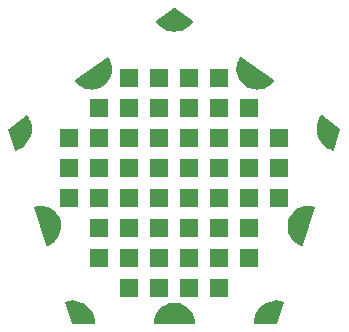
<source format=gbr>
G04 EAGLE Gerber RS-274X export*
G75*
%MOMM*%
%FSLAX34Y34*%
%LPD*%
%INTop Copper*%
%IPPOS*%
%AMOC8*
5,1,8,0,0,1.08239X$1,22.5*%
G01*
%ADD10C,0.800000*%
%ADD11R,1.600000X1.600000*%

G36*
X418224Y425214D02*
X418224Y425214D01*
X418257Y425222D01*
X418306Y425223D01*
X421059Y425776D01*
X421091Y425789D01*
X421138Y425799D01*
X423763Y426796D01*
X423792Y426815D01*
X423837Y426832D01*
X426262Y428248D01*
X426288Y428271D01*
X426329Y428295D01*
X428488Y430091D01*
X428510Y430119D01*
X428547Y430149D01*
X430380Y432276D01*
X430394Y432301D01*
X430415Y432322D01*
X430443Y432388D01*
X430477Y432449D01*
X430481Y432479D01*
X430492Y432505D01*
X430491Y432576D01*
X430499Y432647D01*
X430491Y432675D01*
X430491Y432704D01*
X430463Y432770D01*
X430442Y432838D01*
X430424Y432860D01*
X430412Y432887D01*
X430342Y432958D01*
X430336Y432966D01*
X430325Y432981D01*
X430322Y432983D01*
X430315Y432991D01*
X430305Y432996D01*
X430296Y433006D01*
X402796Y453006D01*
X402769Y453018D01*
X402747Y453037D01*
X402679Y453059D01*
X402615Y453088D01*
X402586Y453089D01*
X402558Y453098D01*
X402487Y453092D01*
X402416Y453094D01*
X402389Y453083D01*
X402360Y453081D01*
X402297Y453047D01*
X402231Y453021D01*
X402210Y453001D01*
X402184Y452987D01*
X402137Y452933D01*
X402130Y452928D01*
X402122Y452916D01*
X402119Y452912D01*
X402089Y452882D01*
X402084Y452872D01*
X402075Y452861D01*
X400617Y450462D01*
X400605Y450429D01*
X400580Y450388D01*
X399537Y447781D01*
X399535Y447771D01*
X399533Y447768D01*
X399528Y447742D01*
X399512Y447702D01*
X398912Y444959D01*
X398912Y444924D01*
X398901Y444877D01*
X398761Y442073D01*
X398766Y442039D01*
X398763Y441991D01*
X399086Y439201D01*
X399097Y439168D01*
X399102Y439120D01*
X399880Y436422D01*
X399894Y436396D01*
X399894Y436395D01*
X399895Y436394D01*
X399896Y436391D01*
X399909Y436345D01*
X401121Y433812D01*
X401141Y433784D01*
X401162Y433741D01*
X402774Y431441D01*
X402799Y431417D01*
X402826Y431378D01*
X404795Y429375D01*
X404823Y429355D01*
X404857Y429321D01*
X407128Y427669D01*
X407159Y427655D01*
X407198Y427627D01*
X409710Y426371D01*
X409744Y426362D01*
X409787Y426341D01*
X412471Y425516D01*
X412506Y425513D01*
X412552Y425498D01*
X415335Y425127D01*
X415369Y425129D01*
X415417Y425122D01*
X418224Y425214D01*
G37*
G36*
X277021Y425128D02*
X277021Y425128D01*
X277069Y425127D01*
X279853Y425498D01*
X279885Y425510D01*
X279933Y425516D01*
X282617Y426341D01*
X282648Y426357D01*
X282694Y426371D01*
X285206Y427627D01*
X285233Y427648D01*
X285276Y427669D01*
X287547Y429321D01*
X287570Y429347D01*
X287609Y429375D01*
X289578Y431378D01*
X289596Y431407D01*
X289630Y431441D01*
X291242Y433741D01*
X291256Y433772D01*
X291283Y433812D01*
X292495Y436345D01*
X292503Y436379D01*
X292524Y436422D01*
X293302Y439120D01*
X293304Y439155D01*
X293318Y439201D01*
X293641Y441991D01*
X293638Y442025D01*
X293643Y442073D01*
X293503Y444877D01*
X293494Y444911D01*
X293492Y444959D01*
X292892Y447702D01*
X292878Y447734D01*
X292867Y447781D01*
X291824Y450388D01*
X291805Y450417D01*
X291787Y450462D01*
X290329Y452861D01*
X290309Y452883D01*
X290296Y452909D01*
X290256Y452943D01*
X290250Y452951D01*
X290240Y452957D01*
X290194Y453007D01*
X290167Y453019D01*
X290145Y453038D01*
X290077Y453060D01*
X290012Y453089D01*
X289983Y453090D01*
X289955Y453098D01*
X289885Y453092D01*
X289814Y453093D01*
X289786Y453083D01*
X289757Y453080D01*
X289679Y453041D01*
X289678Y453041D01*
X289678Y453040D01*
X289668Y453036D01*
X289629Y453020D01*
X289621Y453012D01*
X289608Y453006D01*
X262108Y433006D01*
X262089Y432984D01*
X262064Y432969D01*
X262056Y432958D01*
X262054Y432956D01*
X262022Y432912D01*
X261974Y432859D01*
X261964Y432832D01*
X261947Y432808D01*
X261931Y432739D01*
X261908Y432672D01*
X261909Y432643D01*
X261903Y432614D01*
X261915Y432544D01*
X261920Y432473D01*
X261933Y432447D01*
X261938Y432418D01*
X261989Y432333D01*
X262008Y432295D01*
X262017Y432288D01*
X262024Y432276D01*
X263857Y430149D01*
X263885Y430128D01*
X263916Y430091D01*
X266075Y428295D01*
X266105Y428279D01*
X266142Y428248D01*
X268567Y426832D01*
X268600Y426821D01*
X268641Y426796D01*
X271266Y425799D01*
X271300Y425793D01*
X271345Y425776D01*
X274098Y425223D01*
X274133Y425224D01*
X274180Y425214D01*
X276987Y425122D01*
X277021Y425128D01*
G37*
G36*
X363231Y226509D02*
X363231Y226509D01*
X363260Y226506D01*
X363327Y226528D01*
X363397Y226542D01*
X363421Y226559D01*
X363449Y226568D01*
X363502Y226615D01*
X363561Y226655D01*
X363577Y226679D01*
X363599Y226699D01*
X363630Y226763D01*
X363668Y226822D01*
X363673Y226851D01*
X363685Y226877D01*
X363694Y226977D01*
X363701Y227019D01*
X363698Y227029D01*
X363700Y227043D01*
X363468Y229841D01*
X363458Y229875D01*
X363454Y229923D01*
X362765Y232644D01*
X362750Y232676D01*
X362738Y232722D01*
X361610Y235294D01*
X361590Y235322D01*
X361571Y235366D01*
X360035Y237717D01*
X360011Y237741D01*
X359985Y237782D01*
X358083Y239847D01*
X358055Y239868D01*
X358022Y239903D01*
X355807Y241628D01*
X355776Y241643D01*
X355738Y241673D01*
X353268Y243009D01*
X353235Y243019D01*
X353193Y243042D01*
X350553Y243949D01*
X350537Y243954D01*
X350503Y243959D01*
X350457Y243974D01*
X347688Y244436D01*
X347653Y244435D01*
X347606Y244443D01*
X344798Y244443D01*
X344764Y244436D01*
X344716Y244436D01*
X341947Y243974D01*
X341914Y243962D01*
X341867Y243954D01*
X339211Y243042D01*
X339181Y243025D01*
X339136Y243009D01*
X336666Y241673D01*
X336640Y241651D01*
X336597Y241628D01*
X334382Y239903D01*
X334359Y239877D01*
X334321Y239847D01*
X332419Y237782D01*
X332401Y237752D01*
X332369Y237717D01*
X330833Y235366D01*
X330820Y235334D01*
X330794Y235294D01*
X329666Y232722D01*
X329659Y232689D01*
X329656Y232682D01*
X329650Y232673D01*
X329649Y232667D01*
X329639Y232644D01*
X328950Y229923D01*
X328948Y229888D01*
X328936Y229841D01*
X328704Y227043D01*
X328708Y227014D01*
X328703Y226985D01*
X328720Y226916D01*
X328728Y226846D01*
X328742Y226820D01*
X328749Y226792D01*
X328791Y226735D01*
X328826Y226673D01*
X328850Y226655D01*
X328867Y226632D01*
X328928Y226596D01*
X328985Y226553D01*
X329013Y226545D01*
X329038Y226530D01*
X329136Y226514D01*
X329177Y226503D01*
X329188Y226505D01*
X329202Y226503D01*
X363202Y226503D01*
X363231Y226509D01*
G37*
G36*
X454333Y292709D02*
X454333Y292709D01*
X454362Y292706D01*
X454429Y292729D01*
X454499Y292743D01*
X454523Y292760D01*
X454550Y292769D01*
X454604Y292816D01*
X454662Y292856D01*
X454678Y292881D01*
X454700Y292900D01*
X454746Y292988D01*
X454769Y293024D01*
X454770Y293035D01*
X454777Y293048D01*
X465277Y325348D01*
X465280Y325377D01*
X465291Y325404D01*
X465291Y325475D01*
X465299Y325545D01*
X465291Y325573D01*
X465291Y325602D01*
X465263Y325668D01*
X465243Y325736D01*
X465225Y325758D01*
X465213Y325785D01*
X465162Y325835D01*
X465117Y325890D01*
X465091Y325903D01*
X465070Y325923D01*
X464978Y325962D01*
X464941Y325982D01*
X464929Y325983D01*
X464917Y325988D01*
X462187Y326632D01*
X462152Y326633D01*
X462105Y326644D01*
X459307Y326830D01*
X459272Y326825D01*
X459224Y326828D01*
X456433Y326551D01*
X456400Y326541D01*
X456352Y326536D01*
X453645Y325803D01*
X453614Y325788D01*
X453567Y325775D01*
X451018Y324607D01*
X450990Y324586D01*
X450946Y324566D01*
X448623Y322994D01*
X448599Y322969D01*
X448559Y322942D01*
X446527Y321009D01*
X446507Y320981D01*
X446472Y320947D01*
X444786Y318706D01*
X444771Y318675D01*
X444742Y318636D01*
X443448Y316148D01*
X443438Y316115D01*
X443416Y316072D01*
X442549Y313405D01*
X442545Y313370D01*
X442530Y313325D01*
X442114Y310551D01*
X442115Y310516D01*
X442108Y310469D01*
X442154Y307664D01*
X442155Y307662D01*
X442162Y307630D01*
X442162Y307582D01*
X442669Y304824D01*
X442682Y304791D01*
X442691Y304744D01*
X443645Y302107D01*
X443663Y302077D01*
X443679Y302032D01*
X445054Y299587D01*
X445077Y299561D01*
X445101Y299519D01*
X446859Y297334D01*
X446886Y297312D01*
X446916Y297274D01*
X449011Y295409D01*
X449040Y295391D01*
X449076Y295359D01*
X451449Y293864D01*
X451482Y293852D01*
X451522Y293826D01*
X454109Y292742D01*
X454138Y292736D01*
X454163Y292722D01*
X454234Y292717D01*
X454304Y292703D01*
X454333Y292709D01*
G37*
G36*
X238104Y292708D02*
X238104Y292708D01*
X238133Y292704D01*
X238230Y292726D01*
X238272Y292733D01*
X238282Y292738D01*
X238295Y292742D01*
X240882Y293826D01*
X240910Y293845D01*
X240955Y293864D01*
X243328Y295359D01*
X243353Y295383D01*
X243394Y295409D01*
X245488Y297274D01*
X245509Y297302D01*
X245545Y297334D01*
X247303Y299519D01*
X247319Y299550D01*
X247350Y299587D01*
X248725Y302032D01*
X248735Y302065D01*
X248759Y302107D01*
X249713Y304744D01*
X249718Y304778D01*
X249735Y304824D01*
X250242Y307582D01*
X250241Y307617D01*
X250250Y307664D01*
X250296Y310469D01*
X250289Y310503D01*
X250290Y310551D01*
X249874Y313325D01*
X249862Y313357D01*
X249855Y313405D01*
X248988Y316072D01*
X248971Y316102D01*
X248956Y316148D01*
X247662Y318636D01*
X247640Y318663D01*
X247618Y318706D01*
X245932Y320947D01*
X245906Y320970D01*
X245877Y321009D01*
X243845Y322942D01*
X243816Y322960D01*
X243781Y322994D01*
X241458Y324566D01*
X241426Y324579D01*
X241386Y324607D01*
X238837Y325775D01*
X238803Y325783D01*
X238759Y325803D01*
X236052Y326536D01*
X236017Y326538D01*
X235971Y326551D01*
X233180Y326828D01*
X233145Y326825D01*
X233097Y326830D01*
X230299Y326644D01*
X230265Y326635D01*
X230217Y326632D01*
X227487Y325988D01*
X227461Y325976D01*
X227432Y325971D01*
X227371Y325934D01*
X227307Y325905D01*
X227287Y325883D01*
X227262Y325868D01*
X227221Y325810D01*
X227173Y325758D01*
X227163Y325730D01*
X227146Y325706D01*
X227131Y325637D01*
X227107Y325570D01*
X227109Y325541D01*
X227103Y325512D01*
X227117Y325414D01*
X227120Y325371D01*
X227125Y325361D01*
X227127Y325348D01*
X237627Y293048D01*
X237642Y293022D01*
X237648Y292994D01*
X237690Y292936D01*
X237725Y292875D01*
X237748Y292857D01*
X237765Y292833D01*
X237826Y292797D01*
X237883Y292753D01*
X237911Y292746D01*
X237936Y292731D01*
X238006Y292721D01*
X238075Y292703D01*
X238104Y292708D01*
G37*
G36*
X278630Y226508D02*
X278630Y226508D01*
X278658Y226506D01*
X278726Y226528D01*
X278797Y226542D01*
X278820Y226558D01*
X278847Y226567D01*
X278901Y226614D01*
X278961Y226655D01*
X278976Y226679D01*
X278997Y226697D01*
X279029Y226762D01*
X279068Y226822D01*
X279073Y226850D01*
X279085Y226875D01*
X279094Y226978D01*
X279101Y227019D01*
X279099Y227029D01*
X279100Y227041D01*
X278866Y230017D01*
X278857Y230049D01*
X278854Y230095D01*
X278158Y232998D01*
X278144Y233028D01*
X278134Y233072D01*
X276992Y235831D01*
X276973Y235858D01*
X276956Y235901D01*
X275397Y238446D01*
X275374Y238471D01*
X275351Y238510D01*
X273413Y240780D01*
X273386Y240801D01*
X273357Y240836D01*
X271088Y242775D01*
X271059Y242791D01*
X271024Y242821D01*
X268479Y244382D01*
X268448Y244393D01*
X268409Y244417D01*
X265651Y245560D01*
X265619Y245567D01*
X265577Y245585D01*
X262674Y246282D01*
X262641Y246283D01*
X262597Y246295D01*
X259621Y246529D01*
X259588Y246525D01*
X259542Y246529D01*
X256566Y246296D01*
X256534Y246287D01*
X256489Y246284D01*
X253586Y245587D01*
X253560Y245575D01*
X253532Y245571D01*
X253470Y245534D01*
X253405Y245504D01*
X253386Y245482D01*
X253362Y245468D01*
X253320Y245409D01*
X253272Y245356D01*
X253263Y245329D01*
X253246Y245306D01*
X253231Y245236D01*
X253207Y245168D01*
X253209Y245140D01*
X253203Y245112D01*
X253218Y245012D01*
X253221Y244970D01*
X253225Y244960D01*
X253227Y244947D01*
X259127Y226847D01*
X259142Y226821D01*
X259149Y226792D01*
X259191Y226735D01*
X259225Y226674D01*
X259249Y226656D01*
X259267Y226632D01*
X259327Y226596D01*
X259383Y226553D01*
X259412Y226546D01*
X259438Y226530D01*
X259534Y226514D01*
X259576Y226503D01*
X259588Y226505D01*
X259602Y226503D01*
X278602Y226503D01*
X278630Y226508D01*
G37*
G36*
X432831Y226509D02*
X432831Y226509D01*
X432861Y226506D01*
X432928Y226528D01*
X432997Y226542D01*
X433022Y226559D01*
X433050Y226569D01*
X433103Y226615D01*
X433161Y226655D01*
X433177Y226680D01*
X433199Y226700D01*
X433245Y226786D01*
X433268Y226822D01*
X433270Y226834D01*
X433277Y226847D01*
X439177Y244947D01*
X439180Y244976D01*
X439191Y245002D01*
X439191Y245074D01*
X439199Y245145D01*
X439191Y245172D01*
X439191Y245201D01*
X439164Y245267D01*
X439143Y245336D01*
X439125Y245358D01*
X439114Y245384D01*
X439063Y245434D01*
X439017Y245489D01*
X438992Y245502D01*
X438972Y245522D01*
X438878Y245562D01*
X438841Y245582D01*
X438830Y245582D01*
X438818Y245587D01*
X435915Y246284D01*
X435882Y246285D01*
X435838Y246296D01*
X432862Y246529D01*
X432829Y246525D01*
X432783Y246529D01*
X429807Y246295D01*
X429775Y246285D01*
X429730Y246282D01*
X426827Y245585D01*
X426797Y245571D01*
X426753Y245560D01*
X424040Y244436D01*
X423995Y244417D01*
X423967Y244399D01*
X423925Y244382D01*
X421380Y242821D01*
X421356Y242799D01*
X421316Y242775D01*
X419047Y240836D01*
X419026Y240810D01*
X418991Y240780D01*
X417053Y238510D01*
X417037Y238481D01*
X417007Y238446D01*
X415448Y235901D01*
X415436Y235869D01*
X415412Y235831D01*
X414270Y233072D01*
X414264Y233040D01*
X414246Y232998D01*
X413550Y230095D01*
X413549Y230062D01*
X413538Y230017D01*
X413304Y227041D01*
X413308Y227013D01*
X413303Y226985D01*
X413320Y226915D01*
X413329Y226844D01*
X413343Y226819D01*
X413349Y226792D01*
X413392Y226734D01*
X413428Y226671D01*
X413450Y226655D01*
X413467Y226632D01*
X413529Y226595D01*
X413587Y226552D01*
X413614Y226545D01*
X413638Y226530D01*
X413739Y226513D01*
X413779Y226503D01*
X413790Y226505D01*
X413802Y226503D01*
X432802Y226503D01*
X432831Y226509D01*
G37*
G36*
X349219Y474292D02*
X349219Y474292D01*
X349251Y474301D01*
X349296Y474304D01*
X352201Y475002D01*
X352231Y475016D01*
X352275Y475026D01*
X355035Y476169D01*
X355063Y476187D01*
X355105Y476204D01*
X357652Y477765D01*
X357676Y477788D01*
X357715Y477811D01*
X359986Y479751D01*
X360007Y479777D01*
X360042Y479806D01*
X361982Y482078D01*
X361996Y482103D01*
X362016Y482124D01*
X362044Y482189D01*
X362078Y482252D01*
X362081Y482281D01*
X362092Y482307D01*
X362092Y482379D01*
X362099Y482449D01*
X362091Y482477D01*
X362090Y482506D01*
X362062Y482572D01*
X362041Y482640D01*
X362022Y482662D01*
X362011Y482689D01*
X361941Y482760D01*
X361914Y482792D01*
X361904Y482797D01*
X361894Y482807D01*
X346494Y493907D01*
X346468Y493919D01*
X346447Y493937D01*
X346378Y493959D01*
X346313Y493989D01*
X346284Y493989D01*
X346257Y493998D01*
X346186Y493992D01*
X346114Y493993D01*
X346088Y493983D01*
X346059Y493980D01*
X345968Y493936D01*
X345929Y493920D01*
X345922Y493913D01*
X345910Y493907D01*
X330510Y482807D01*
X330490Y482786D01*
X330465Y482771D01*
X330423Y482713D01*
X330375Y482661D01*
X330365Y482634D01*
X330348Y482610D01*
X330332Y482541D01*
X330308Y482474D01*
X330310Y482445D01*
X330303Y482416D01*
X330315Y482346D01*
X330319Y482275D01*
X330332Y482249D01*
X330337Y482221D01*
X330388Y482135D01*
X330407Y482097D01*
X330415Y482090D01*
X330422Y482078D01*
X332362Y479806D01*
X332388Y479786D01*
X332418Y479751D01*
X334689Y477811D01*
X334718Y477795D01*
X334752Y477765D01*
X337299Y476204D01*
X337330Y476193D01*
X337369Y476169D01*
X340129Y475026D01*
X340161Y475019D01*
X340203Y475002D01*
X343108Y474304D01*
X343141Y474303D01*
X343185Y474292D01*
X346163Y474058D01*
X346196Y474062D01*
X346241Y474058D01*
X349219Y474292D01*
G37*
G36*
X480534Y373209D02*
X480534Y373209D01*
X480563Y373206D01*
X480631Y373229D01*
X480701Y373244D01*
X480724Y373260D01*
X480752Y373270D01*
X480805Y373317D01*
X480864Y373358D01*
X480879Y373382D01*
X480901Y373401D01*
X480947Y373491D01*
X480969Y373527D01*
X480971Y373537D01*
X480977Y373549D01*
X486777Y391549D01*
X486780Y391577D01*
X486792Y391604D01*
X486791Y391675D01*
X486799Y391747D01*
X486791Y391774D01*
X486791Y391803D01*
X486763Y391869D01*
X486742Y391937D01*
X486724Y391959D01*
X486713Y391986D01*
X486643Y392058D01*
X486616Y392090D01*
X486606Y392095D01*
X486597Y392105D01*
X471297Y403305D01*
X471270Y403317D01*
X471248Y403336D01*
X471181Y403358D01*
X471116Y403388D01*
X471087Y403389D01*
X471059Y403398D01*
X470989Y403392D01*
X470918Y403394D01*
X470890Y403384D01*
X470861Y403381D01*
X470798Y403348D01*
X470732Y403322D01*
X470711Y403302D01*
X470686Y403288D01*
X470620Y403213D01*
X470590Y403183D01*
X470585Y403173D01*
X470576Y403163D01*
X469021Y400623D01*
X469010Y400592D01*
X468986Y400553D01*
X467847Y397801D01*
X467841Y397769D01*
X467823Y397727D01*
X467129Y394831D01*
X467128Y394798D01*
X467117Y394754D01*
X466884Y391785D01*
X466888Y391752D01*
X466884Y391706D01*
X467119Y388738D01*
X467128Y388706D01*
X467131Y388660D01*
X467828Y385765D01*
X467842Y385735D01*
X467852Y385691D01*
X468992Y382940D01*
X469011Y382912D01*
X469028Y382870D01*
X470585Y380331D01*
X470608Y380307D01*
X470631Y380268D01*
X472566Y378004D01*
X472592Y377984D01*
X472621Y377949D01*
X474887Y376016D01*
X474916Y376000D01*
X474950Y375970D01*
X477490Y374415D01*
X477521Y374403D01*
X477559Y374379D01*
X480311Y373241D01*
X480339Y373235D01*
X480365Y373222D01*
X480436Y373216D01*
X480506Y373203D01*
X480534Y373209D01*
G37*
G36*
X211902Y373208D02*
X211902Y373208D01*
X211931Y373204D01*
X212029Y373226D01*
X212071Y373232D01*
X212080Y373238D01*
X212093Y373241D01*
X214845Y374379D01*
X214872Y374398D01*
X214914Y374415D01*
X217454Y375970D01*
X217478Y375992D01*
X217518Y376016D01*
X219783Y377949D01*
X219803Y377975D01*
X219838Y378004D01*
X221773Y380268D01*
X221789Y380297D01*
X221819Y380331D01*
X223376Y382870D01*
X223387Y382901D01*
X223412Y382940D01*
X224552Y385691D01*
X224559Y385723D01*
X224576Y385765D01*
X225273Y388660D01*
X225274Y388694D01*
X225285Y388738D01*
X225520Y391706D01*
X225516Y391739D01*
X225520Y391785D01*
X225287Y394754D01*
X225278Y394786D01*
X225275Y394831D01*
X224581Y397727D01*
X224567Y397757D01*
X224557Y397801D01*
X223418Y400553D01*
X223400Y400581D01*
X223383Y400623D01*
X221828Y403163D01*
X221808Y403184D01*
X221795Y403210D01*
X221741Y403256D01*
X221692Y403308D01*
X221666Y403320D01*
X221643Y403339D01*
X221576Y403360D01*
X221511Y403389D01*
X221482Y403390D01*
X221454Y403399D01*
X221383Y403392D01*
X221312Y403393D01*
X221285Y403382D01*
X221256Y403379D01*
X221167Y403335D01*
X221127Y403319D01*
X221119Y403311D01*
X221107Y403305D01*
X205807Y392105D01*
X205788Y392084D01*
X205763Y392069D01*
X205722Y392011D01*
X205673Y391958D01*
X205664Y391931D01*
X205647Y391907D01*
X205631Y391838D01*
X205607Y391770D01*
X205609Y391742D01*
X205603Y391714D01*
X205617Y391614D01*
X205620Y391572D01*
X205625Y391562D01*
X205627Y391549D01*
X211427Y373549D01*
X211441Y373524D01*
X211447Y373496D01*
X211489Y373438D01*
X211524Y373376D01*
X211547Y373358D01*
X211564Y373335D01*
X211625Y373298D01*
X211682Y373254D01*
X211709Y373247D01*
X211734Y373232D01*
X211805Y373222D01*
X211874Y373204D01*
X211902Y373208D01*
G37*
D10*
X346202Y486702D03*
X479802Y389602D03*
X428802Y232502D03*
X263602Y232502D03*
X212602Y389602D03*
X413002Y438202D03*
X454302Y311102D03*
X346202Y232502D03*
X238102Y311102D03*
X279402Y438202D03*
D11*
X333502Y358902D03*
X333502Y333502D03*
X358902Y358902D03*
X358902Y333502D03*
X308102Y333502D03*
X282702Y333502D03*
X257302Y333502D03*
X257302Y358902D03*
X282702Y358902D03*
X308102Y358902D03*
X384302Y358902D03*
X409702Y358902D03*
X435102Y358902D03*
X435102Y333502D03*
X409702Y333502D03*
X384302Y333502D03*
X282702Y384302D03*
X257302Y384302D03*
X308102Y384302D03*
X333502Y384302D03*
X358902Y384302D03*
X384302Y384302D03*
X409702Y384302D03*
X435102Y384302D03*
X282702Y308102D03*
X308102Y308102D03*
X333502Y308102D03*
X358902Y308102D03*
X384302Y308102D03*
X409702Y308102D03*
X282702Y282702D03*
X308102Y282702D03*
X333502Y282702D03*
X358902Y282702D03*
X384302Y282702D03*
X409702Y282702D03*
X282702Y409702D03*
X308102Y409702D03*
X333502Y409702D03*
X358902Y409702D03*
X384302Y409702D03*
X409702Y409702D03*
X384302Y435102D03*
X358902Y435102D03*
X333502Y435102D03*
X308102Y435102D03*
X308102Y257302D03*
X333502Y257302D03*
X358902Y257302D03*
X384302Y257302D03*
M02*

</source>
